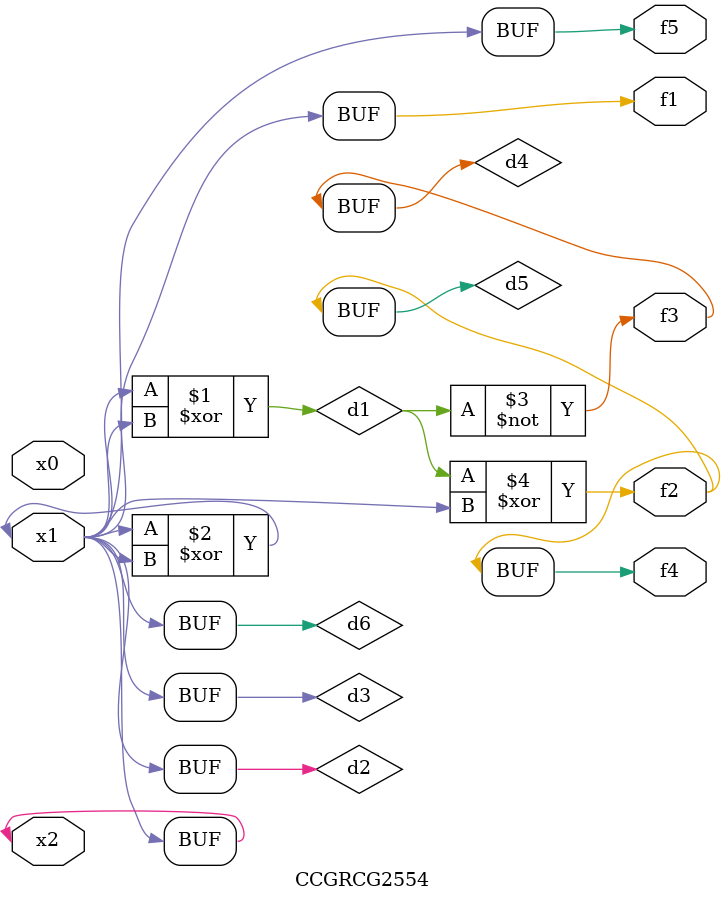
<source format=v>
module CCGRCG2554(
	input x0, x1, x2,
	output f1, f2, f3, f4, f5
);

	wire d1, d2, d3, d4, d5, d6;

	xor (d1, x1, x2);
	buf (d2, x1, x2);
	xor (d3, x1, x2);
	nor (d4, d1);
	xor (d5, d1, d2);
	buf (d6, d2, d3);
	assign f1 = d6;
	assign f2 = d5;
	assign f3 = d4;
	assign f4 = d5;
	assign f5 = d6;
endmodule

</source>
